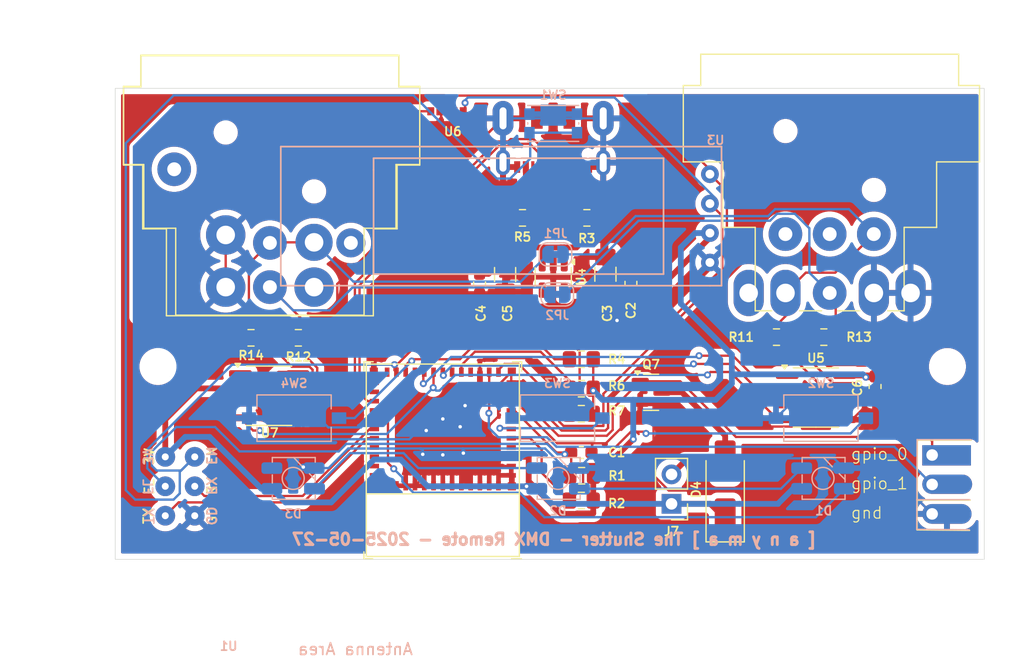
<source format=kicad_pcb>
(kicad_pcb (version 20241229) (generator "pcbnew") (generator_version "9.0")
  (layers (0 "F.Cu" signal) (2 "B.Cu" signal) (13 "F.Paste" user) (15 "B.Paste" user) (5 "F.SilkS" user "F.Silkscreen") (7 "B.SilkS" user "B.Silkscreen") (1 "F.Mask" user) (3 "B.Mask" user) (25 "Edge.Cuts" user))
  (net 0 "")
  (net 1 "GND")
  (net 2 "/en")
  (net 3 "Net-(D1-DOUT)")
  (net 4 "+3V3")
  (net 5 "+5V")
  (net 6 "Net-(D4-A)")
  (net 7 "/rx")
  (net 8 "/tx")
  (net 9 "/flash")
  (net 10 "/usb+")
  (net 11 "/usb-")
  (net 13 "Net-(J3-CC1)")
  (net 14 "Net-(J3-CC2)")
  (net 16 "/strap2")
  (net 17 "/strap1")
  (net 18 "Net-(JP1-B)")
  (net 20 "/pix")
  (net 31 "Net-(D2-DOUT)")
  (net 36 "Net-(JP2-B)")
  (net 37 "/DMX_RX")
  (net 38 "/gpio_1")
  (net 39 "/gpio_0")
  (net 40 "/sda")
  (net 41 "Net-(U1-GPIO3{slash}ADC1_CH3)")
  (net 42 "Net-(JP1-A)")
  (net 43 "Net-(JP2-A)")
  (net 44 "Net-(U5-B)")
  (net 45 "Net-(U7-A)")
  (net 46 "Net-(U5-A)")
  (net 47 "Net-(U7-B)")
  (net 48 "/DMX_DIR")
  (net 49 "/DMX_TX")
  (footprint "Connector_PinHeader_2.54mm:PinHeader_1x02_P2.54mm_Vertical" (layer "F.Cu") (at 185.6 94.199 180)
    (property "Reference" "J7")
    (property "Value" "Vibro")
  )
  (footprint "PCM_Espressif:ESP32-C3-MINI-1" (layer "F.Cu") (at 165.88 90.439 180)
    (property "Reference" "U1")
    (property "Value" "ESP32-C3-MINI-1")
  )
  (footprint "synkie_footprints:R_0805_2012Metric_Pad1.15x1.40mm_HandSolder" (layer "F.Cu") (at 149.343 79.874)
    (property "Reference" "R14")
    (property "Value" "(22)")
  )
  (footprint "synkie_footprints:C_1206_3216Metric_Pad1.42x1.75mm_HandSolder" (layer "F.Cu") (at 171.25 74.4115 -90)
    (property "Reference" "C5")
    (property "Value" "10u")
  )
  (footprint "Package_TO_SOT_SMD:SOT-23-5" (layer "F.Cu") (at 175.4 74.624 -90)
    (property "Reference" "U4")
    (property "Value" "XC6220B331MR")
  )
  (footprint "synkie_footprints:R_0805_2012Metric_Pad1.15x1.40mm_HandSolder" (layer "F.Cu") (at 153.425 79.874 180)
    (property "Reference" "R12")
    (property "Value" "(22)")
  )
  (footprint "synkie_footprints:R_0805_2012Metric_Pad1.15x1.40mm_HandSolder" (layer "F.Cu") (at 172.75 69.524 180)
    (property "Reference" "R5")
    (property "Value" "5k1")
  )
  (footprint "MountingHole:MountingHole_2.7mm_M2.5_DIN965" (layer "F.Cu") (at 141.318 82.352)
    (property "Reference" "H5" (hide yes))
    (property "Value" "MountingHole")
  )
  (footprint "synkie_footprints:R_0805_2012Metric_Pad1.15x1.40mm_HandSolder" (layer "F.Cu") (at 177.85 91.774 180)
    (property "Reference" "R1")
    (property "Value" "5k1")
  )
  (footprint "Package_TO_SOT_SMD:SOT-23" (layer "F.Cu") (at 183.8375 84.574)
    (property "Reference" "Q7")
    (property "Value" "IRLML0030TRPBF")
  )
  (footprint "synkie_footprints:R_0805_2012Metric_Pad1.15x1.40mm_HandSolder" (layer "F.Cu") (at 177.825 93.914 180)
    (property "Reference" "R2")
    (property "Value" "5k1")
  )
  (footprint "Package_SO:SOIC-8_3.9x4.9mm_P1.27mm" (layer "F.Cu") (at 198.05 85.024)
    (property "Reference" "U5")
    (property "Value" "SP3485EN")
  )
  (footprint "synkie_footprints:R_0805_2012Metric_Pad1.15x1.40mm_HandSolder" (layer "F.Cu") (at 194.649 79.812)
    (property "Reference" "R11")
    (property "Value" "22")
  )
  (footprint "Anyma06:ESP-POGO-PROG-THT" (layer "F.Cu") (at 143.15 92.644)
    (property "Reference" "J2" (hide yes))
    (property "Value" "Prog")
  )
  (footprint "synkie_footprints:R_0805_2012Metric_Pad1.15x1.40mm_HandSolder" (layer "F.Cu") (at 177.825 84.262 180)
    (property "Reference" "R6")
    (property "Value" "5k1")
  )
  (footprint "synkie_footprints:C_0603_1608Metric_Pad1.05x0.95mm_HandSolder" (layer "F.Cu") (at 203.15 84.074 -90)
    (property "Reference" "C6")
    (property "Value" "100n")
  )
  (footprint "synkie_footprints:C_0603_1608Metric_Pad1.05x0.95mm_HandSolder" (layer "F.Cu") (at 182.1 75.174 90)
    (property "Reference" "C2")
    (property "Value" "100n")
  )
  (footprint "synkie_footprints:JAE_USB-C_SJ122205" (layer "F.Cu") (at 175.3901 64.034 180)
    (property "Reference" "J3" (hide yes))
    (property "Value" "USB_C_Receptacle_USB2.0")
  )
  (footprint "Diode_SMD:D_SMA_Handsoldering" (layer "F.Cu") (at 190.225 92.974 90)
    (property "Reference" "D4")
    (property "Value" "1N4148WT")
  )
  (footprint "MountingHole:MountingHole_2.7mm_M2.5_DIN965" (layer "F.Cu") (at 209.39 82.352)
    (property "Reference" "H2" (hide yes))
    (property "Value" "MountingHole")
  )
  (footprint "synkie_footprints:C_0603_1608Metric_Pad1.05x0.95mm_HandSolder" (layer "F.Cu") (at 177.825 89.774)
    (property "Reference" "C1")
    (property "Value" "1u")
  )
  (footprint "synkie_footprints:R_0805_2012Metric_Pad1.15x1.40mm_HandSolder" (layer "F.Cu") (at 177.825 86.424 180)
    (property "Reference" "R7")
    (property "Value" "5k1")
  )
  (footprint "synkie_footprints:R_0805_2012Metric_Pad1.15x1.40mm_HandSolder" (layer "F.Cu") (at 178.3 69.524)
    (property "Reference" "R3")
    (property "Value" "5k1")
  )
  (footprint "Package_SO:SOIC-8_3.9x4.9mm_P1.27mm" (layer "F.Cu") (at 150.9 84.874)
    (property "Reference" "U7")
    (property "Value" "(SP3485EN) for MERGER Mode")
  )
  (footprint "synkie_footprints:R_0805_2012Metric_Pad1.15x1.40mm_HandSolder" (layer "F.Cu") (at 177.825 81.722 180)
    (property "Reference" "R4")
    (property "Value" "5k1")
  )
  (footprint "synkie_footprints:R_0805_2012Metric_Pad1.15x1.40mm_HandSolder" (layer "F.Cu") (at 198.731 79.812 180)
    (property "Reference" "R13")
    (property "Value" "22")
  )
  (footprint "synkie_footprints:C_0603_1608Metric_Pad1.05x0.95mm_HandSolder" (layer "F.Cu") (at 169.05 75.224 -90)
    (property "Reference" "C4")
    (property "Value" "100n")
  )
  (footprint "anyma_footprints:Jack_XLR_Neutrix__3+5Pin_Male" (layer "F.Cu") (at 199.0522 63.4036 180)
    (property "Reference" "J6" (hide yes))
    (property "Value" "DMX-IN")
  )
  (footprint "anyma_footprints:VEML3328SL" (layer "F.Cu") (at 166.24 60.324)
    (property "Reference" "U6")
    (property "Value" "VEML3328")
  )
  (footprint "synkie_footprints:C_1206_3216Metric_Pad1.42x1.75mm_HandSolder" (layer "F.Cu") (at 179.9 74.3865 90)
    (property "Reference" "C3")
    (property "Value" "10u")
  )
  (footprint "anyma_footprints:Jack_XLR_Neutrik_3+5Pin_Female" (layer "F.Cu") (at 147.16 70.999 90)
    (property "Reference" "J4" (hide yes))
    (property "Value" "DMX-OUT")
  )
  (footprint "Button_Switch_SMD:SW_Tactile_SPST_NO_Straight_CK_PTS636Sx25SMTRLFS" (layer "B.Cu") (at 175.768 86.802 180)
    (property "Reference" "SW3")
    (property "Value" "Btn-2")
  )
  (footprint "Jumper:SolderJumper-2_P1.3mm_Bridged_RoundedPad1.0x1.5mm" (layer "B.Cu") (at 175.6 72.674 180)
    (property "Reference" "JP1")
    (property "Value" "Cut for MERGER Mode")
  )
  (footprint "Jumper:SolderJumper-2_P1.3mm_Bridged_RoundedPad1.0x1.5mm" (layer "B.Cu") (at 175.75 76.124 180)
    (property "Reference" "JP2")
    (property "Value" "Cut for MERGER mode")
  )
  (footprint "anyma_footprints:ComboPinhead_03" (layer "B.Cu") (at 208.0695 89.987 180)
    (property "Reference" "J5" (hide yes))
    (property "Value" "spare")
  )
  (footprint "Anyma06:SK6812-MINI-HS" (layer "B.Cu") (at 152.98 92.004)
    (property "Reference" "D3")
    (property "Value" "SK6812MINI")
  )
  (footprint "Button_Switch_SMD:SW_Push_1P1T_NO_CK_KMR2" (layer "B.Cu") (at 175.4 61.374 180)
    (property "Reference" "SW1")
    (property "Value" "Reset")
  )
  (footprint "Button_Switch_SMD:SW_Tactile_SPST_NO_Straight_CK_PTS636Sx25SMTRLFS" (layer "B.Cu") (at 198.481 86.802 180)
    (property "Reference" "SW2")
    (property "Value" "Btn-1")
  )
  (footprint "synkie_footprints:Bangood-OLED-128x32" (layer "B.Cu") (at 178.75 75.914 180)
    (property "Reference" "U3")
    (property "Value" "i2c-display128x32")
  )
  (footprint "Button_Switch_SMD:SW_Tactile_SPST_NO_Straight_CK_PTS636Sx25SMTRLFS" (layer "B.Cu") (at 153.055 86.802 180)
    (property "Reference" "SW4")
    (property "Value" "Btn-3")
  )
  (footprint "Anyma06:SK6812-MINI-HS" (layer "B.Cu") (at 175.82 92.004)
    (property "Reference" "D2")
    (property "Value" "SK6812MINI")
  )
  (footprint "Anyma06:SK6812-MINI-HS" (layer "B.Cu") (at 198.66 92.004)
    (property "Reference" "D1")
    (property "Value" "SK6812MINI")
  )
  (gr_rect (start 137.635 58.349) (end 212.565 98.989) (stroke (width 0.05)) (fill no) (layer "Edge.Cuts"))
  (gr_text "gnd\n" (at 201.008 95.56 0) (layer "F.SilkS") (effects (font (size 1 1) (thickness 0.1)) (justify left bottom)))
  (gr_text "gpio_1" (at 201.008 93.02 0) (layer "F.SilkS") (effects (font (size 1 1) (thickness 0.1)) (justify left bottom)))
  (gr_text "gpio_0" (at 201.008 90.48 0) (layer "F.SilkS") (effects (font (size 1 1) (thickness 0.1)) (justify left bottom)))
  (gr_text "[ a n y m a ] The Shutter - DMX Remote - 2025-05-27" (at 198.214 97.846 0) (layer "B.SilkS") (effects (font (size 1 1) (thickness 0.25) (bold yes)) (justify left bottom mirror)))
  (segment (start 171.624 74.6) (end 171.25 74.974) (width 0.5) (layer "F.Cu") (net 1))
  (segment (start 188.91 73.764) (end 188.91 73.374) (width 0.5) (layer "F.Cu") (net 1))
  (segment (start 179.939044 88.974) (end 182.9 86.013044) (width 0.2) (layer "F.Cu") (net 1))
  (segment (start 199.924 87.53) (end 191.556 87.53) (width 0.2) (layer "F.Cu") (net 1))
  (segment (start 179.902845 87.876) (end 180.127 87.651845) (width 0.2) (layer "F.Cu") (net 1))
  (segment (start 169.08 82.044) (end 169.08 82.839) (width 0.2) (layer "F.Cu") (net 1))
  (segment (start 175.374 74.6) (end 171.624 74.6) (width 0.5) (layer "F.Cu") (net 1))
  (segment (start 194.8624 65.9616) (end 205.9876 65.9616) (width 0.2) (layer "F.Cu") (net 1))
  (segment (start 178.75 89.074) (end 178.85 88.974) (width 0.2) (layer "F.Cu") (net 1))
  (segment (start 178.65 87.876) (end 176.125154 87.876) (width 0.2) (layer "F.Cu") (net 1))
  (segment (start 162 64.374) (end 153.785 64.374) (width 0.2) (layer "F.Cu") (net 1))
  (segment (start 169.05 76.099) (end 171.05 76.099) (width 0.2) (layer "F.Cu") (net 1))
  (segment (start 200.525 86.929) (end 199.924 87.53) (width 0.2) (layer "F.Cu") (net 1))
  (segment (start 159.93 79.494) (end 163.325 76.099) (width 0.2) (layer "F.Cu") (net 1))
  (segment (start 201.17 86.929) (end 203.15 84.949) (width 0.2) (layer "F.Cu") (net 1))
  (segment (start 180.75 78.524) (end 176.6 78.524) (width 0.2) (layer "F.Cu") (net 1))
  (segment (start 167.8 85.724) (end 167.815 85.724) (width 0.2) (layer "F.Cu") (net 1))
  (segment (start 179.9 74.174) (end 179.45 74.624) (width 0.5) (layer "F.Cu") (net 1))
  (segment (start 177.65 87.876) (end 179.902845 87.876) (width 0.2) (layer "F.Cu") (net 1))
  (segment (start 156.781 83.793) (end 156.781 75.2231) (width 0.2) (layer "F.Cu") (net 1))
  (segment (start 171.78 92.639) (end 171.83 92.689) (width 0.2) (layer "F.Cu") (net 1))
  (segment (start 171.0701 64.734) (end 171.0701 68.8691) (width 0.5) (layer "F.Cu") (net 1))
  (segment (start 156.781 75.2231) (end 171.0701 60.934) (width 0.2) (layer "F.Cu") (net 1))
  (segment (start 175.4 74.574) (end 175.374 74.6) (width 0.5) (layer "F.Cu") (net 1))
  (segment (start 182.9 85.524) (end 184.05 85.524) (width 0.2) (layer "F.Cu") (net 1))
  (segment (start 185.36124 93.048) (end 206.0505 93.048) (width 0.2) (layer "F.Cu") (net 1))
  (segment (start 167.6301 64.374) (end 162 64.374) (width 0.2) (layer "F.Cu") (net 1))
  (segment (start 175.75 88.974) (end 178.75 88.974) (width 0.2) (layer "F.Cu") (net 1))
  (segment (start 171.0701 60.934) (end 167.6301 64.374) (width 0.2) (layer "F.Cu") (net 1))
  (segment (start 153.785 64.374) (end 147.16 70.999) (width 0.2) (layer "F.Cu") (net 1))
  (segment (start 153.375 86.779) (end 153.85 87.254) (width 0.2) (layer "F.Cu") (net 1))
  (segment (start 180.127 87.651845) (end 180.127 85.017532) (width 0.2) (layer "F.Cu") (net 1))
  (segment (start 180.9 78.374) (end 180.75 78.524) (width 0.2) (layer "F.Cu") (net 1))
  (segment (start 159.93 82.789) (end 159.93 79.494) (width 0.2) (layer "F.Cu") (net 1))
  (segment (start 172.2901 65.134) (end 171.4701 65.134) (width 0.5) (layer "F.Cu") (net 1))
  (segment (start 178.75 88.974) (end 178.75 89.724) (width 0.2) (layer "F.Cu") (net 1))
  (segment (start 171.78 83.739) (end 172.38 83.739) (width 0.2) (layer "F.Cu") (net 1))
  (segment (start 191.586844 73.557688) (end 191.586844 69.237156) (width 0.2) (layer "F.Cu") (net 1))
  (segment (start 203.15 84.949) (end 206.21 81.889) (width 0.2) (layer "F.Cu") (net 1))
  (segment (start 175.4 74.574) (end 175.45 74.624) (width 0.5) (layer "F.Cu") (net 1))
  (segment (start 173.45 81.624) (end 169.5 81.624) (width 0.2) (layer "F.Cu") (net 1))
  (segment (start 169.5 81.624) (end 169.08 82.044) (width 0.2) (layer "F.Cu") (net 1))
  (segment (start 163.905 85.764) (end 163.905 92.214) (width 0.2) (layer "F.Cu") (net 1))
  (segment (start 147.16 75.499) (end 147.16 70.999) (width 0.2) (layer "F.Cu") (net 1))
  (segment (start 175.4 78.524) (end 176.6 78.524) (width 0.5) (layer "F.Cu") (net 1))
  (segment (start 162.23 64.374) (end 162 64.374) (width 0.2) (layer "F.Cu") (net 1))
  (segment (start 172.75 84.109) (end 172.75 85.974) (width 0.2) (layer "F.Cu") (net 1))
  (segment (start 191.586844 69.237156) (end 194.8624 65.9616) (width 0.2) (layer "F.Cu") (net 1))
  (segment (start 174.95 86.700846) (end 174.95 83.124) (width 0.2) (layer "F.Cu") (net 1))
  (segment (start 179.9 72.899) (end 180.7 72.899) (width 0.5) (layer "F.Cu") (net 1))
  (segment (start 178.75 89.724) (end 178.7 89.774) (width 0.2) (layer "F.Cu") (net 1))
  (segment (start 184.05 85.524) (end 184.05 91.73676) (width 0.2) (layer "F.Cu") (net 1))
  (segment (start 153.375 86.779) (end 153.795 86.779) (width 0.2) (layer "F.Cu") (net 1))
  (segment (start 180.127 85.017532) (end 184.585266 80.559266) (width 0.2) (layer "F.Cu") (net 1))
  (segment (start 171.78 83.739) (end 171.78 82.839) (width 0.2) (layer "F.Cu") (net 1))
  (segment (start 171.0701 68.8691) (end 171.725 69.524) (width 0.5) (layer "F.Cu") (net 1))
  (segment (start 176.125154 87.876) (end 174.95 86.700846) (width 0.2) (layer "F.Cu") (net 1))
  (segment (start 167.745 89.824) (end 167.855 89.714) (width 0.2) (layer "F.Cu") (net 1))
  (segment (start 171.25 74.974) (end 171.25 75.899) (width 0.5) (layer "F.Cu") (net 1))
  (segment (start 178.648 87.874) (end 178.65 87.876) (width 0.2) (layer "F.Cu") (net 1))
  (segment (start 176.6 78.524) (end 184.15 78.524) (width 0.5) (layer "F.Cu") (net 1))
  (segment (start 172.75 85.974) (end 175.75 88.974) (width 0.2) (layer "F.Cu") (net 1))
  (segment (start 170.65 86.674) (end 169.585 87.739) (width 0.2) (layer "F.Cu") (net 1))
  (segment (start 169.08 84.539) (end 167.855 85.764) (width 0.5) (layer "F.Cu") (net 1))
  (segment (start 206.0505 93.048) (end 208.0695 95.067) (width 0.2) (layer "F.Cu") (net 1))
  (segment (start 174.95 83.124) (end 173.45 81.624) (width 0.2) (layer "F.Cu") (net 1))
  (segment (start 172.38 83.739) (end 172.75 84.109) (width 0.2) (layer "F.Cu") (net 1))
  (segment (start 167.815 85.724) (end 167.855 85.764) (width 0.2) (layer "F.Cu") (net 1))
  (segment (start 171.4701 65.134) (end 171.0701 64.734) (width 0.5) (layer "F.Cu") (net 1))
  (segment (start 179.3351 65.134) (end 179.7101 64.759) (width 0.5) (layer "F.Cu") (net 1))
  (segment (start 167.65 89.824) (end 167.745 89.824) (width 0.2) (layer "F.Cu") (net 1))
  (segment (start 167.855 92.214) (end 168.28 92.639) (width 0.5) (layer "F.Cu") (net 1))
  (segment (start 178.85 88.974) (end 179.939044 88.974) (width 0.2) (layer "F.Cu") (net 1))
  (segment (start 153.795 86.779) (end 156.781 83.793) (width 0.2) (layer "F.Cu") (net 1))
  (segment (start 171.83 82.789) (end 170.65 83.969) (width 0.2) (layer "F.Cu") (net 1))
  (segment (start 170.65 83.969) (end 170.65 86.674) (width 0.2) (layer "F.Cu") (net 1))
  (segment (start 179.7101 72.7091) (end 179.9 72.899) (width 0.5) (layer "F.Cu") (net 1))
  (segment (start 175.45 74.624) (end 179.45 74.624) (width 0.5) (layer "F.Cu") (net 1))
  (segment (start 165.67 89.924) (end 165.88 89.714) (width 0.2) (layer "F.Cu") (net 1))
  (segment (start 184.05 91.73676) (end 185.36124 93.048) (width 0.2) (layer "F.Cu") (net 1))
  (segment (start 165.73 60.874) (end 162.23 64.374) (width 0.2) (layer "F.Cu") (net 1))
  (segment (start 165.88 86.874) (end 165.88 89.974) (width 0.2) (layer "F.Cu") (net 1))
  (segment (start 178.4901 65.134) (end 179.3351 65.134) (width 0.5) (layer "F.Cu") (net 1))
  (segment (start 171.05 76.099) (end 171.25 75.899) (width 0.2) (layer "F.Cu") (net 1))
  (segment (start 171.78 82.839) (end 171.83 82.789) (width 0.2) (layer "F.Cu") (net 1))
  (segment (start 153.85 87.254) (end 153.85 91.024) (width 0.2) (layer "F.Cu") (net 1))
  (segment (start 205.9876 65.9616) (end 206.21 66.184) (width 0.2) (layer "F.Cu") (net 1))
  (segment (start 163.905 92.214) (end 163.48 92.639) (width 0.2) (layer "F.Cu") (net 1))
  (segment (start 171.78 90.939) (end 171.78 92.639) (width 0.2) (layer "F.Cu") (net 1))
  (segment (start 178.75 89.724) (end 178.75 89.074) (width 0.2) (layer "F.Cu") (net 1))
  (segment (start 165.73 60.324) (end 165.73 60.874) (width 0.2) (layer "F.Cu") (net 1))
  (segment (start 182.9 86.013044) (end 182.9 85.524) (width 0.2) (layer "F.Cu") (net 1))
  (segment (start 165.88 89.974) (end 165.88 92.639) (width 0.2) (layer "F.Cu") (net 1))
  (segment (start 184.585266 80.559266) (end 191.586844 73.557688) (width 0.2) (layer "F.Cu") (net 1))
  (segment (start 169.08 82.839) (end 169.08 84.539) (width 0.5) (layer "F.Cu") (net 1))
  (segment (start 179.9 72.899) (end 179.9 74.174) (width 0.5) (layer "F.Cu") (net 1))
  (segment (start 206.21 81.889) (end 206.21 76.002) (width 0.2) (layer "F.Cu") (net 1))
  (segment (start 206.21 66.184) (end 206.21 76.002) (width 0.2) (layer "F.Cu") (net 1))
  (segment (start 167.855 85.764) (end 167.855 92.214) (width 0.5) (layer "F.Cu") (net 1))
  (segment (start 163.325 76.099) (end 169.05 76.099) (width 0.2) (layer "F.Cu") (net 1))
  (segment (start 169.585 87.739) (end 167.855 87.739) (width 0.2) (layer "F.Cu") (net 1))
  (segment (start 159.93 92.689) (end 171.83 92.689) (width 0.2) (layer "F.Cu") (net 1))
  (segment (start 164.15 89.924) (end 165.67 89.924) (width 0.2) (layer "F.Cu") (net 1))
  (segment (start 203.0452 76.0026) (end 206.2094 76.0026) (width 0.2) (layer "F.Cu") (net 1))
  (segment (start 175.4 73.4865) (end 175.4 74.574) (width 0.5) (layer "F.Cu") (net 1))
  (segment (start 180.7 72.899) (end 182.1 74.299) (width 0.5) (layer "F.Cu") (net 1))
  (segment (start 175.4 74.574) (end 175.4 78.524) (width 0.5) (layer "F.Cu") (net 1))
  (segment (start 179.7101 64.759) (end 179.7101 72.7091) (width 0.5) (layer "F.Cu") (net 1))
  (segment (start 165.88 85.764) (end 165.88 86.874) (width 0.2) (layer "F.Cu") (net 1))
  (segment (start 200.525 86.929) (end 201.17 86.929) (width 0.2) (layer "F.Cu") (net 1))
  (segment (start 191.556 87.53) (end 184.585266 80.559266) (width 0.2) (layer "F.Cu") (net 1))
  (segment (start 206.2094 76.0026) (end 206.21 76.002) (width 0.2) (layer "F.Cu") (net 1))
  (segment (start 184.15 78.524) (end 188.91 73.764) (width 0.5) (layer "F.Cu") (net 1))
  (via (at 167.8 85.724) (size 0.6) (drill 0.3) (layers "F.Cu" "B.Cu") (net 1))
  (via (at 165.88 89.974) (size 0.6) (drill 0.3) (layers "F.Cu" "B.Cu") (net 1))
  (via (at 164.15 89.924) (size 0.6) (drill 0.3) (layers "F.Cu" "B.Cu") (net 1))
  (via (at 153.85 91.024) (size 0.6) (drill 0.3) (layers "F.Cu" "B.Cu") (net 1))
  (via (at 167.375 87.549) (size 0.6) (drill 0.3) (layers "F.Cu" "B.Cu") (net 1))
  (via (at 167.65 89.824) (size 0.6) (drill 0.3) (layers "F.Cu" "B.Cu") (net 1))
  (via (at 164.45 87.874) (size 0.6) (drill 0.3) (layers "F.Cu" "B.Cu") (net 1))
  (via (at 165.88 86.874) (size 0.6) (drill 0.3) (layers "F.Cu" "B.Cu") (net 1))
  (via (at 180.9 78.374) (size 0.6) (drill 0.3) (layers "F.Cu" "B.Cu") (net 1))
  (segment (start 164.45 87.874) (end 167.05 87.874) (width 0.2) (layer "B.Cu") (net 1))
  (segment (start 171.0701 60.934) (end 171.0701 64.734) (width 0.2) (layer "B.Cu") (net 1))
  (segment (start 153.85 91.024) (end 154.69 91.024) (width 0.2) (layer "B.Cu") (net 1))
  (segment (start 179.7101 60.934) (end 179.7101 64.759) (width 0.2) (layer "B.Cu") (net 1))
  (segment (start 163.9 89.424) (end 163.95 89.474) (width 0.2) (layer "B.Cu") (net 1))
  (segment (start 171.0701 60.934) (end 179.7101 60.934) (width 0.2) (layer "B.Cu") (net 1))
  (segment (start 177.62 91.114) (end 178.46 90.274) (width 0.2) (layer "B.Cu") (net 1))
  (segment (start 149.18 86.802) (end 149.18 88.624001) (width 0.2) (layer "B.Cu") (net 1))
  (segment (start 167.375 87.549) (end 168.4 86.524) (width 0.2) (layer "B.Cu") (net 1))
  (segment (start 157.724315 89.424) (end 163.9 89.424) (width 0.2) (layer "B.Cu") (net 1))
  (segment (start 155.203 86.802) (end 156.004 87.603) (width 0.2) (layer "B.Cu") (net 1))
  (segment (start 176.39 91.114) (end 177.62 91.114) (width 0.2) (layer "B.Cu") (net 1))
  (segment (start 167.6 89.774) (end 167.65 89.824) (width 0.2) (layer "B.Cu") (net 1))
  (segment (start 196.884 84.724) (end 205.05 84.724) (width 0.2) (layer "B.Cu") (net 1))
  (segment (start 162.997057 88.624) (end 163.747057 87.874) (width 0.2) (layer "B.Cu") (net 1))
  (segment (start 200.46 91.114) (end 204.1165 91.114) (width 0.2) (layer "B.Cu") (net 1))
  (segment (start 164 89.424) (end 164.15 89.574) (width 0.2) (layer "B.Cu") (net 1))
  (segment (start 194.606 86.802) (end 196.784 84.624) (width 0.2) (layer "B.Cu") (net 1))
  (segment (start 164.15 89.574) (end 164.15 89.924) (width 0.2) (layer "B.Cu") (net 1))
  (segment (start 171.893 86.117) (end 171.5 85.724) (width 0.2) (layer "B.Cu") (net 1))
  (segment (start 204.1165 91.114) (end 208.0695 95.067) (width 0.2) (layer "B.Cu") (net 1))
  (segment (start 164 89.424) (end 167.6 89.424) (width 0.2) (layer "B.Cu") (net 1))
  (segment (start 149.18 88.624001) (end 162.997057 88.624) (width 0.2) (layer "B.Cu") (net 1))
  (segment (start 167.6 89.424) (end 167.6 89.774) (width 0.2) (layer "B.Cu") (net 1))
  (segment (start 149.18 86.802) (end 155.203 86.802) (width 0.2) (layer "B.Cu") (net 1))
  (segment (start 163.95 89.474) (end 164 89.424) (width 0.2) (layer "B.Cu") (net 1))
  (segment (start 158.821 87.603) (end 168.05 78.374) (width 0.2) (layer "B.Cu") (net 1))
  (segment (start 206.21 83.564) (end 206.21 76.002) (width 0.2) (layer "B.Cu") (net 1))
  (segment (start 174.7 89.424) (end 176.39 91.114) (width 0.2) (layer "B.Cu") (net 1))
  (segment (start 163.747057 87.874) (end 164.45 87.874) (width 0.2) (layer "B.Cu") (net 1))
  (segment (start 168.4 86.524) (end 168.4 86.324) (width 0.2) (layer "B.Cu") (net 1))
  (segment (start 168.05 78.374) (end 180.9 78.374) (width 0.2) (layer "B.Cu") (net 1))
  (segment (start 178.46 90.274) (end 199.62 90.274) (width 0.2) (layer "B.Cu") (net 1))
  (segment (start 205.05 84.724) (end 206.21 83.564) (width 0.2) (layer "B.Cu") (net 1))
  (segment (start 196.784 84.624) (end 196.884 84.724) (width 0.2) (layer "B.Cu") (net 1))
  (segment (start 156.034314 91.114) (end 157.724315 89.424) (width 0.2) (layer "B.Cu") (net 1))
  (segment (start 167.05 87.874) (end 167.375 87.549) (width 0.2) (layer "B.Cu") (net 1))
  (segment (start 154.78 91.114) (end 156.034314 91.114) (width 0.2) (layer "B.Cu") (net 1))
  (segment (start 156.004 87.603) (end 158.821 87.603) (width 0.2) (layer "B.Cu") (net 1))
  (segment (start 171.893 86.802) (end 171.893 86.117) (width 0.2) (layer "B.Cu") (net 1))
  (segment (start 171.5 85.724) (end 167.8 85.724) (width 0.2) (layer "B.Cu") (net 1))
  (segment (start 199.62 90.274) (end 200.46 91.114) (width 0.2) (layer "B.Cu") (net 1))
  (segment (start 168.4 86.324) (end 167.8 85.724) (width 0.2) (layer "B.Cu") (net 1))
  (segment (start 167.6 89.424) (end 174.7 89.424) (width 0.2) (layer "B.Cu") (net 1))
  (segment (start 154.69 91.024) (end 154.78 91.114) (width 0.2) (layer "B.Cu") (net 1))
  (segment (start 176.825 91.349) (end 176.825 91.774) (width 0.2) (layer "F.Cu") (net 2))
  (segment (start 176.95 89.774) (end 175.684315 89.774) (width 0.2) (layer "F.Cu") (net 2))
  (segment (start 175.684315 89.774) (end 172.049315 86.139) (width 0.2) (layer "F.Cu") (net 2))
  (segment (start 172.049315 86.139) (end 171.78 86.139) (width 0.2) (layer "F.Cu") (net 2))
  (segment (start 176.518 89.774) (end 176.95 89.774) (width 0.2) (layer "F.Cu") (net 2))
  (segment (start 176.95 89.774) (end 176.95 91.224) (width 0.2) (layer "F.Cu") (net 2))
  (segment (start 176.4 89.892) (end 176.518 89.774) (width 0.2) (layer "F.Cu") (net 2))
  (segment (start 176.95 91.224) (end 176.825 91.349) (width 0.2) (layer "F.Cu") (net 2))
  (segment (start 176.4 89.924) (end 176.4 89.892) (width 0.2) (layer "F.Cu") (net 2))
  (via (at 176.4 89.924) (size 0.6) (drill 0.3) (layers "F.Cu" "B.Cu") (net 2))
  (segment (start 143.2 93.29976) (end 143.2 91.434) (width 0.2) (layer "B.Cu") (net 2))
  (segment (start 146.25 87.574) (end 142.89224 87.574) (width 0.2) (layer "B.Cu") (net 2))
  (segment (start 173.35 62.174) (end 177.45 62.174) (width 0.2) (layer "B.Cu") (net 2))
  (segment (start 173.35 62.174) (end 173.4161 62.2401) (width 0.2) (layer "B.Cu") (net 2))
  (segment (start 143.31 91.324) (end 144.49 90.144) (width 0.2) (layer "B.Cu") (net 2))
  (segment (start 163.35 58.95) (end 142.674 58.95) (width 0.2) (layer "B.Cu") (net 2))
  (segment (start 171.688306 66.135) (end 170.535 66.135) (width 0.2) (layer "B.Cu") (net 2))
  (segment (start 176.4 89.924) (end 175.765686 89.924) (width 0.2) (layer "B.Cu") (net 2))
  (segment (start 142.89224 87.574) (end 140.799 89.66724) (width 0.2) (layer "B.Cu") (net 2))
  (segment (start 143.2 91.434) (end 144.49 90.144) (width 0.2) (layer "B.Cu") (net 2))
  (segment (start 156.909629 89.673) (end 148.349 89.673) (width 0.2) (layer "B.Cu") (net 2))
  (segment (start 139.361 93.835) (end 142.66476 93.835) (width 0.2) (layer "B.Cu") (net 2))
  (segment (start 138.55 93.024) (end 139.361 93.835) (width 0.2) (layer "B.Cu") (net 2))
  (segment (start 140.799 90.923) (end 141.2 91.324) (width 0.2) (layer "B.Cu") (net 2))
  (segment (start 141.2 91.324) (end 143.31 91.324) (width 0.2) (layer "B.Cu") (net 2))
  (segment (start 173.4161 64.407206) (end 171.688306 66.135) (width 0.2) (layer "B.Cu") (net 2))
  (segment (start 174.865685 89.024) (end 157.558629 89.024) (width 0.2) (layer "B.Cu") (net 2))
  (segment (start 140.799 89.66724) (end 140.799 90.923) (width 0.2) (layer "B.Cu") (net 2))
  (segment (start 170.535 66.135) (end 163.35 58.95) (width 0.2) (layer "B.Cu") (net 2))
  (segment (start 138.55 63.074) (end 138.55 93.024) (width 0.2) (layer "B.Cu") (net 2))
  (segment (start 173.4161 62.2401) (end 173.4161 64.407206) (width 0.2) (layer "B.Cu") (net 2))
  (segment (start 148.349 89.673) (end 146.25 87.574) (width 0.2) (layer "B.Cu") (net 2))
  (segment (start 142.674 58.95) (end 138.55 63.074) (width 0.2) (layer "B.Cu") (net 2))
  (segment (start 157.558629 89.024) (end 156.909629 89.673) (width 0.2) (layer "B.Cu") (net 2))
  (segment (start 175.765686 89.924) (end 174.865685 89.024) (width 0.2) (layer "B.Cu") (net 2))
  (segment (start 142.66476 93.835) (end 143.2 93.29976) (width 0.2) (layer "B.Cu") (net 2))
  (segment (start 196.82 91.114) (end 195.04 92.894) (width 0.2) (layer "B.Cu") (net 3))
  (segment (start 195.04 92.894) (end 177.66 92.894) (width 0.2) (layer "B.Cu") (net 3))
  (segment (start 185.6 94.199) (end 188.95 94.199) (width 0.5) (layer "F.Cu") (net 4))
  (segment (start 203.075 83.274) (end 203.15 83.199) (width 0.5) (layer "F.Cu") (net 4))
  (segment (start 142.45 86.424) (end 144.635 84.239) (width 0.5) (layer "F.Cu") (net 4))
  (segment (start 171.78 90.139) (end 173.285 90.139) (width 0.5) (layer "F.Cu") (net 4))
  (segment (start 143.019 81.647423) (end 143.019 85.855) (width 0.2) (layer "F.Cu") (net 4))
  (segment (start 141.95 90.144) (end 141.95 86.924) (width 0.5) (layer "F.Cu") (net 4))
  (segment (start 178.85 93.914) (end 178.85 91.799) (width 0.5) (layer "F.Cu") (net 4))
  (segment (start 179.275 91.374) (end 178.875 91.774) (width 0.5) (layer "F.Cu") (net 4))
  (segment (start 188.95 94.199) (end 190.225 95.474) (width 0.5) (layer "F.Cu") (net 4))
  (segment (start 173.285 90.139) (end 173.285 92.259) (width 0.5) (layer "F.Cu") (net 4))
  (segment (start 181.8125 75.7615) (end 182.1 76.049) (width 0.5) (layer "F.Cu") (net 4))
  (segment (start 164.84 60.324) (end 142.6 60.324) (width 0.2) (layer "F.Cu") (net 4))
  (segment (start 203.07 83.119) (end 203.15 83.199) (width 0.5) (layer "F.Cu") (net 4))
  (segment (start 182.3 88.624) (end 179.55 91.374) (width 0.5) (layer "F.Cu") (net 4))
  (segment (start 182.1 76.049) (end 184.085 76.049) (width 0.5) (layer "F.Cu") (net 4))
  (segment (start 178.85 81.722) (end 178.85 86.424) (width 0.2) (layer "F.Cu") (net 4))
  (segment (start 178.85 91.799) (end 178.875 91.774) (width 0.5) (layer "F.Cu") (net 4))
  (segment (start 139.45 78.078423) (end 143.019 81.647423) (width 0.2) (layer "F.Cu") (net 4))
  (segment (start 142.6 60.324) (end 139.45 63.474) (width 0.2) (layer "F.Cu") (net 4))
  (segment (start 177.463292 95.024) (end 178.85 95.024) (width 0.5) (layer "F.Cu") (net 4))
  (segment (start 184.085 76.049) (end 188.91 71.224) (width 0.5) (layer "F.Cu") (net 4))
  (segment (start 143.019 85.855) (end 142.45 86.424) (width 0.2) (layer "F.Cu") (net 4))
  (segment (start 139.45 63.474) (end 139.45 78.078423) (width 0.2) (layer "F.Cu") (net 4))
  (segment (start 178.85 95.024) (end 178.85 93.914) (width 0.5) (layer "F.Cu") (net 4))
  (segment (start 151.755 82.969) (end 150.485 84.239) (width 0.5) (layer "F.Cu") (net 4))
  (segment (start 173.285 92.259) (end 176.05 95.024) (width 0.5) (layer "F.Cu") (net 4))
  (segment (start 176.05 95.024) (end 176.136708 95.024) (width 0.5) (layer "F.Cu") (net 4))
  (segment (start 144.635 84.239) (end 148.425 84.239) (width 0.5) (layer "F.Cu") (net 4))
  (segment (start 150.485 84.239) (end 148.425 84.239) (width 0.5) (layer "F.Cu") (net 4))
  (segment (start 176.136708 95.024) (end 176.177708 95.065) (width 0.5) (layer "F.Cu") (net 4))
  (segment (start 148.425 84.239) (end 148.425 85.509) (width 0.2) (layer "F.Cu") (net 4))
  (segment (start 141.95 86.924) (end 142.45 86.424) (width 0.5) (layer "F.Cu") (net 4))
  (segment (start 153.375 82.969) (end 151.755 82.969) (width 0.5) (layer "F.Cu") (net 4))
  (segment (start 188.91 71.224) (end 188.91 70.834) (width 0.5) (layer "F.Cu") (net 4))
  (segment (start 179.55 91.374) (end 179.275 91.374) (width 0.5) (layer "F.Cu") (net 4))
  (segment (start 177.422292 95.065) (end 177.463292 95.024) (width 0.5) (layer "F.Cu") (net 4))
  (segment (start 178.85 84.424) (end 178.85 84.262) (width 0.5) (layer "F.Cu") (net 4))
  (segment (start 200.525 83.119) (end 203.07 83.119) (width 0.5) (layer "F.Cu") (net 4))
  (segment (start 202.35 83.274) (end 203.075 83.274) (width 0.5) (layer "F.Cu") (net 4))
  (segment (start 176.35 75.7615) (end 181.8125 75.7615) (width 0.5) (layer "F.Cu") (net 4))
  (segment (start 190.225 95.474) (end 190.225 95.424) (width 0.5) (layer "F.Cu") (net 4))
  (segment (start 176.177708 95.065) (end 177.422292 95.065) (width 0.5) (layer "F.Cu") (net 4))
  (via (at 182.3 88.624) (size 0.6) (drill 0.3) (layers "F.Cu" "B.Cu") (net 4))
  (via (at 202.35 83.274) (size 0.6) (drill 0.3) (layers "F.Cu" "B.Cu") (net 4))
  (via (at 173.1 92.688) (size 0.6) (drill 0.3) (layers "F.Cu" "B.Cu") (net 4))
  (via (at 178.85 84.424) (size 0.6) (drill 0.3) (layers "F.Cu" "B.Cu") (net 4))
  (segment (start 156.25 94.074) (end 152.32 94.074) (width 0.5) (layer "B.Cu") (net 4))
  (segment (start 190.8 83.024) (end 190.8 83.824) (width 0.5) (layer "B.Cu") (net 4))
  (segment (start 141.95 90.144) (end 143.67 88.424) (width 0.5) (layer "B.Cu") (net 4))
  (segment (start 188.91 70.834) (end 187.64 70.834) (width 0.5) (layer "B.Cu") (net 4))
  (segment (start 182.3 85.224) (end 179.65 85.224) (width 0.5) (layer "B.Cu") (net 4))
  (segment (start 190.8 83.024) (end 202.1 83.024) (width 0.5) (layer "B.Cu") (net 4))
  (segment (start 196.08 92.894) (end 194.78 94.194) (width 0.5) (layer "B.Cu") (net 4))
  (segment (start 186.4 72.074) (end 186.4 76.924) (width 0.5) (layer "B.Cu") (net 4))
  (segment (start 187.64 70.834) (end 186.4 72.074) (width 0.5) (layer "B.Cu") (net 4))
  (segment (start 202.1 83.024) (end 202.35 83.274) (width 0.5) (layer "B.Cu") (net 4))
  (segment (start 175.285 94.199) (end 175.105 94.019) (width 0.5) (layer "B.Cu") (net 4))
  (segment (start 145.77 88.424) (end 150.24 92.894) (width 0.5) (layer "B.Cu") (net 4))
  (segment (start 190.8 83.824) (end 189.4 85.224) (width 0.5) (layer "B.Cu") (net 4))
  (segment (start 150.24 92.894) (end 151.14 92.894) (width 0.5) (layer "B.Cu") (net 4))
  (segment (start 196.82 92.894) (end 196.08 92.894) (width 0.5) (layer "B.Cu") (net 4))
  (segment (start 173.1 92.688) (end 164.564 92.688) (width 0.5) (layer "B.Cu") (net 4))
  (segment (start 185.6 94.199) (end 175.285 94.199) (width 0.5) (layer "B.Cu") (net 4))
  (segment (start 162.25 90.374) (end 159.95 90.374) (width 0.5) (layer "B.Cu") (net 4))
  (segment (start 179.65 85.224) (end 178.85 84.424) (width 0.5) (layer "B.Cu") (net 4))
  (segment (start 182.3 85.224) (end 182.3 88.624) (width 0.5) (layer "B.Cu") (net 4))
  (segment (start 159.95 90.374) (end 156.25 94.074) (width 0.5) (layer "B.Cu") (net 4))
  (segment (start 186.4 76.924) (end 190.8 81.324) (width 0.5) (layer "B.Cu") (net 4))
  (segment (start 191.45 94.199) (end 185.6 94.199) (width 0.5) (layer "B.Cu") (net 4))
  (segment (start 190.8 81.324) (end 190.8 83.024) (width 0.5) (layer "B.Cu") (net 4))
  (segment (start 164.564 92.688) (end 162.25 90.374) (width 0.5) (layer "B.Cu") (net 4))
  (segment (start 175.105 94.019) (end 173.98 92.894) (width 0.5) (layer "B.Cu") (net 4))
  (segment (start 194.78 94.194) (end 194.785 94.199) (width 0.5) (layer "B.Cu") (net 4))
  (segment (start 175.105 94.019) (end 173.774 92.688) (width 0.5) (layer "B.Cu") (net 4))
  (segment (start 143.67 88.424) (end 145.77 88.424) (width 0.5) (layer "B.Cu") (net 4))
  (segment (start 173.774 92.688) (end 173.1 92.688) (width 0.5) (layer "B.Cu") (net 4))
  (segment (start 194.785 94.199) (end 191.45 94.199) (width 0.5) (layer "B.Cu") (net 4))
  (segment (start 189.4 85.224) (end 182.3 85.224) (width 0.5) (layer "B.Cu") (net 4))
  (segment (start 152.32 94.074) (end 151.14 92.894) (width 0.5) (layer "B.Cu") (net 4))
  (segment (start 177.7401 65.134) (end 177.7401 68.215808) (width 0.5) (layer "F.Cu") (net 5))
  (segment (start 173.0401 65.134) (end 173.0401 68.485608) (width 0.5) (layer "F.Cu") (net 5))
  (segment (start 171.25 72.924) (end 172.8 72.924) (width 0.5) (layer "F.Cu") (net 5))
  (segment (start 174.45 72.074) (end 176.05 72.074) (width 0.5) (layer "F.Cu") (net 5))
  (segment (start 174.45 73.4865) (end 174.45 72.074) (width 0.5) (layer "F.Cu") (net 5))
  (segment (start 178.3 68.775708) (end 178.3 71.174) (width 0.5) (layer "F.Cu") (net 5))
  (segment (start 177.4 72.074) (end 176.05 72.074) (width 0.5) (layer "F.Cu") (net 5))
  (segment (start 172.75 72.024) (end 172.75 72.874) (width 0.5) (layer "F.Cu") (net 5))
  (segment (start 174.45 72.074) (end 172.8 72.074) (width 0.5) (layer "F.Cu") (net 5))
  (segment (start 178.3 71.174) (end 177.4 72.074) (width 0.5) (layer "F.Cu") (net 5))
  (segment (start 172.75 72.874) (end 172.8 72.924) (width 0.5) (layer "F.Cu") (net 5))
  (segment (start 177.7401 68.215808) (end 178.3 68.775708) (width 0.5) (layer "F.Cu") (net 5))
  (segment (start 172.75 68.775708) (end 172.75 72.024) (width 0.5) (layer "F.Cu") (net 5))
  (segment (start 172.8 72.074) (end 172.75 72.024) (width 0.5) (layer "F.Cu") (net 5))
  (segment (start 176.05 72.074) (end 176.35 72.074) (width 0.5) (layer "F.Cu") (net 5))
  (segment (start 176.35 72.074) (end 176.35 73.4865) (width 0.5) (layer "F.Cu") (net 5))
  (segment (start 169.825 74.349) (end 171.25 72.924) (width 0.5) (layer "F.Cu") (net 5))
  (segment (start 173.0401 68.485608) (end 172.75 68.775708) (width 0.5) (layer "F.Cu") (net 5))
  (segment (start 169.05 74.349) (end 169.825 74.349) (width 0.5) (layer "F.Cu") (net 5))
  (segment (start 185.6 91.659) (end 186.785 90.474) (width 0.5) (layer "F.Cu") (net 6))
  (segment (start 186.5 84.574) (end 184.775 84.574) (width 0.5) (layer "F.Cu") (net 6))
  (segment (start 186.785 90.474) (end 190.225 90.474) (width 0.5) (layer "F.Cu") (net 6))
  (segment (start 190.225 88.299) (end 186.5 84.574) (width 0.5) (layer "F.Cu") (net 6))
  (segment (start 190.225 90.474) (end 190.225 88.299) (width 0.5) (layer "F.Cu") (net 6))
  (segment (start 159.578 87.739) (end 159.98 87.739) (width 0.2) (layer "F.Cu") (net 7))
  (segment (start 153.793 93.524) (end 159.578 87.739) (width 0.2) (layer "F.Cu") (net 7))
  (segment (start 144.49 92.684) (end 145.33 93.524) (width 0.2) (layer "F.Cu") (net 7))
  (segment (start 145.33 93.524) (end 153.793 93.524) (width 0.2) (layer "F.Cu") (net 7))
  (segment (start 143.101 94.073) (end 153.846 94.073) (width 0.2) (layer "F.Cu") (net 8))
  (segment (start 159.38 88.539) (end 159.98 88.539) (width 0.2) (layer "F.Cu") (net 8))
  (segment (start 153.846 94.073) (end 159.38 88.539) (width 0.2) (layer "F.Cu") (net 8))
  (segment (start 141.95 95.224) (end 143.101 94.073) (width 0.2) (layer "F.Cu") (net 8))
  (segment (start 161.712314 82.187791) (end 161.712314 82.671314) (width 0.2) (layer "F.Cu") (net 9))
  (segment (start 189.973 73.885314) (end 183.137314 80.721) (width 0.2) (layer "F.Cu") (net 9))
  (segment (start 177.36016 80.721) (end 177.2 80.721) (width 0.2) (layer "F.Cu") (net 9))
  (segment (start 189.973 69.357) (end 189.973 73.885314) (width 0.2) (layer "F.Cu") (net 9))
  (segment (start 161.88 82.239) (end 161.88 82.839) (width 0.2) (layer "F.Cu") (net 9))
  (segment (start 177.2 80.721) (end 175.09037 80.721) (width 0.2) (layer "F.Cu") (net 9))
  (segment (start 167.8 60.164) (end 167.64 60.324) (width 0.2) (layer "F.Cu") (net 9))
  (segment (start 176.8 86.424) (end 177.178 86.424) (width 0.2) (layer "F.Cu") (net 9))
  (segment (start 177.676 81.03684) (end 177.36016 80.721) (width 0.2) (layer "F.Cu") (net 9))
  (segment (start 163.398 80.721) (end 161.88 82.239) (width 0.2) (layer "F.Cu") (net 9))
  (segment (start 177.178 86.424) (end 177.676 85.926) (width 0.2) (layer "F.Cu") (net 9))
  (segment (start 177.676 85.926) (end 177.676 81.03684) (width 0.2) (layer "F.Cu") (net 9))
  (segment (start 167.687314 80.721) (end 163.398 80.721) (width 0.2) (layer "F.Cu") (net 9))
  (segment (start 161.712314 82.671314) (end 161.88 82.839) (width 0.2) (layer "F.Cu") (net 9))
  (segment (start 188.91 68.294) (end 189.973 69.357) (width 0.2) (layer "F.Cu") (net 9))
  (segment (start 183.137314 80.721) (end 177.2 80.721) (width 0.2) (layer "F.Cu") (net 9))
  (segment (start 168.134314 80.274) (end 167.687314 80.721) (width 0.2) (layer "F.Cu") (net 9))
  (segment (start 175.09037 80.721) (end 174.64337 80.274) (width 0.2) (layer "F.Cu") (net 9))
  (segment (start 167.8 59.6) (end 167.8 60.164) (width 0.2) (layer "F.Cu") (net 9))
  (segment (start 174.64337 80.274) (end 168.134314 80.274) (width 0.2) (layer "F.Cu") (net 9))
  (via (at 167.8 59.6) (size 0.6) (drill 0.3) (layers "F.Cu" "B.Cu") (net 9))
  (via (at 161.712314 82.187791) (size 0.6) (drill 0.3) (layers "F.Cu" "B.Cu") (net 9))
  (segment (start 141.95 92.684) (end 140.399 91.133) (width 0.2) (layer "B.Cu") (net 9))
  (segment (start 168.041 59.133) (end 167.8 59.374) (width 0.2) (layer "B.Cu") (net 9))
  (segment (start 140.399 89.501554) (end 144.826554 85.074) (width 0.2) (layer "B.Cu") (net 9))
  (segment (start 189.3 67.75) (end 180.683 59.133) (width 0.2) (layer "B.Cu") (net 9))
  (segment (start 147.712763 82.187791) (end 161.712314 82.187791) (width 0.2) (layer "B.Cu") (net 9))
  (segment (start 180.683 59.133) (end 168.041 59.133) (width 0.2) (layer "B.Cu") (net 9))
  (segment (start 189.3 67.904) (end 189.3 67.75) (width 0.2) (layer "B.Cu") (net 9))
  (segment (start 188.91 68.294) (end 189.3 67.904) (width 0.2) (layer "B.Cu") (net 9))
  (segment (start 144.826554 85.074) (end 147.712763 82.187791) (width 0.2) (layer "B.Cu") (net 9))
  (segment (start 167.8 59.374) (end 167.8 59.6) (width 0.2) (layer "B.Cu") (net 9))
  (segment (start 140.399 91.133) (end 140.399 89.501554) (width 0.2) (layer "B.Cu") (net 9))
  (segment (start 158.3 84.259) (end 159.38 85.339) (width 0.2) (layer "F.Cu") (net 10))
  (segment (start 173.7 62.724) (end 171.733793 62.724) (width 0.2) (layer "F.Cu") (net 10))
  (segment (start 171.525793 62.932) (end 170.530794 62.932) (width 0.2) (layer "F.Cu") (net 10))
  (segment (start 158.3 75.162794) (end 158.3 84.259) (width 0.2) (layer "F.Cu") (net 10))
  (segment (start 175.6401 65.134) (end 175.1401 65.134) (width 0.2) (layer "F.Cu") (net 10))
  (segment (start 170.530794 62.932) (end 158.3 75.162794) (width 0.2) (layer "F.Cu") (net 10))
  (segment (start 159.38 85.339) (end 159.98 85.339) (width 0.2) (layer "F.Cu") (net 10))
  (segment (start 171.733793 62.724) (end 171.525793 62.932) (width 0.2) (layer "F.Cu") (net 10))
  (segment (start 175.1401 65.134) (end 175.1401 64.1641) (width 0.2) (layer "F.Cu") (net 10))
  (segment (start 175.1401 64.1641) (end 173.7 62.724) (width 0.2) (layer "F.Cu") (net 10))
  (segment (start 174.6401 66.0141) (end 175.9901 66.0141) (width 0.2) (layer "F.Cu") (net 11))
  (segment (start 159.38 84.539) (end 159.98 84.539) (width 0.2) (layer "F.Cu") (net 11))
  (segment (start 158.7 83.859) (end 159.38 84.539) (width 0.2) (layer "F.Cu") (net 11))
  (segment (start 176.1401 65.8641) (end 176.1401 65.134) (width 0.2) (layer "F.Cu") (net 11))
  (segment (start 173.3761 63.133) (end 171.891893 63.133) (width 0.2) (layer "F.Cu") (net 11))
  (segment (start 158.7 75.329894) (end 158.7 83.859) (width 0.2) (layer "F.Cu") (net 11))
  (segment (start 171.691893 63.333) (end 170.696894 63.333) (width 0.2) (layer "F.Cu") (net 11))
  (segment (start 170.696894 63.333) (end 158.7 75.329894) (width 0.2) (layer "F.Cu") (net 11))
  (segment (start 174.6401 65.134) (end 174.6401 66.0141) (width 0.2) (layer "F.Cu") (net 11))
  (segment (start 174.6401 64.397) (end 173.3761 63.133) (width 0.2) (layer "F.Cu") (net 11))
  (segment (start 175.9901 66.0141) (end 176.1401 65.8641) (width 0.2) (layer "F.Cu") (net 11))
  (segment (start 174.6401 65.134) (end 174.6401 64.397) (width 0.2) (layer "F.Cu") (net 11))
  (segment (start 171.891893 63.133) (end 171.691893 63.333) (width 0.2) (layer "F.Cu") (net 11))
  (segment (start 177.1401 69.3891) (end 177.275 69.524) (width 0.2) (layer "F.Cu") (net 13))
  (segment (start 177.1401 65.134) (end 177.1401 69.3891) (width 0.2) (layer "F.Cu") (net 13))
  (segment (start 173.775 69.524) (end 174.1401 69.1589) (width 0.2) (layer "F.Cu") (net 14))
  (segment (start 174.1401 69.1589) (end 174.1401 65.134) (width 0.2) (layer "F.Cu") (net 14))
  (segment (start 176.8 93.914) (end 174.4 91.514) (width 0.2) (layer "F.Cu") (net 16))
  (segment (start 179.3 90.774) (end 182.1 87.974) (width 0.2) (layer "F.Cu") (net 16))
  (segment (start 176.8 93.914) (end 177.974 92.74) (width 0.2) (layer "F.Cu") (net 16))
  (segment (start 178 90.83316) (end 178.05916 90.774) (width 0.2) (layer "F.Cu") (net 16))
  (segment (start 182.569239 87.974) (end 183.25 87.974) (width 0.2) (layer "F.Cu") (net 16))
  (segment (start 183.25 87.974) (end 183.4 88.124) (width 0.2) (layer "F.Cu") (net 16))
  (segment (start 182.1 87.974) (end 182.569239 87.974) (width 0.2) (layer "F.Cu") (net 16))
  (segment (start 182.569239 87.974) (end 182.769239 88.174) (width 0.2) (layer "F.Cu") (net 16))
  (segment (start 177.974 92.74) (end 177.974 91.05) (width 0.2) (layer "F.Cu") (net 16))
  (segment (start 178 91.024) (end 178 90.83316) (width 0.2) (layer "F.Cu") (net 16))
  (segment (start 177.974 91.05) (end 178 91.024) (width 0.2) (layer "F.Cu") (net 16))
  (segment (start 178.05916 90.774) (end 179.3 90.774) (width 0.2) (layer "F.Cu") (net 16))
  (segment (start 174.4 91.514) (end 174.4 89.524) (width 0.2) (layer "F.Cu") (net 16))
  (segment (start 174.4 89.524) (end 173.415 88.539) (width 0.2) (layer "F.Cu") (net 16))
  (segment (start 173.415 88.539) (end 171.78 88.539) (width 0.2) (layer "F.Cu") (net 16))
  (via (at 183.4 88.124) (size 0.6) (drill 0.3) (layers "F.Cu" "B.Cu") (net 16))
  (segment (start 202.8 87.246) (end 202.356 86.802) (width 0.2) (layer "B.Cu") (net 16))
  (segment (start 202.356 86.802) (end 201.034 88.124) (width 0.2) (layer "B.Cu") (net 16))
  (segment (start 201.034 88.124) (end 183.4 88.124) (width 0.2) (layer "B.Cu") (net 16))
  (segment (start 163.197 81.722) (end 162.68 82.239) (width 0.2) (layer "F.Cu") (net 17))
  (segment (start 167.352 81.722) (end 163.197 81.722) (width 0.2) (layer "F.Cu") (net 17))
  (segment (start 168.4 80.674) (end 167.352 81.722) (width 0.2) (layer "F.Cu") (net 17))
  (segment (start 163.2 81.874) (end 162.68 82.394) (width 0.2) (layer "F.Cu") (net 17))
  (segment (start 162.68 82.394) (end 162.68 82.839) (width 0.2) (layer "F.Cu") (net 17))
  (segment (start 175.525686 81.722) (end 174.477685 80.674) (width 0.2) (layer "F.Cu") (net 17))
  (segment (start 174.477685 80.674) (end 168.4 80.674) (width 0.2) (layer "F.Cu") (net 17))
  (segment (start 176.8 81.722) (end 175.525686 81.722) (width 0.2) (layer "F.Cu") (net 17))
  (segment (start 162.68 82.239) (end 162.68 82.839) (width 0.2) (layer "F.Cu") (net 17))
  (via (at 163.2 81.874) (size 0.6) (drill 0.3) (layers "F.Cu" "B.Cu") (net 17))
  (segment (start 158.272 86.802) (end 163.2 81.874) (width 0.2) (layer "B.Cu") (net 17))
  (segment (start 156.93 86.802) (end 158.272 86.802) (width 0.2) (layer "B.Cu") (net 17))
  (segment (start 148.318 79.874) (end 149.161 79.031) (width 0.2) (layer "F.Cu") (net 18))
  (segment (start 154.78 71.634) (end 151.02 71.634) (width 0.2) (layer "F.Cu") (net 18))
  (segment (start 151.02 71.634) (end 150.97 71.684) (width 0.2) (layer "F.Cu") (net 18))
  (segment (start 149.161 79.031) (end 149.161 73.493) (width 0.2) (layer "F.Cu") (net 18))
  (segment (start 149.161 73.493) (end 150.97 71.684) (width 0.2) (layer "F.Cu") (net 18))
  (segment (start 172.6 75.024) (end 174.95 72.674) (width 0.2) (layer "B.Cu") (net 18))
  (segment (start 154.78 71.634) (end 158.17 75.024) (width 0.2) (layer "B.Cu") (net 18))
  (segment (start 158.17 75.024) (end 172.6 75.024) (width 0.2) (layer "B.Cu") (net 18))
  (segment (start 161.15 85.624) (end 161.15 90.674) (width 0.2) (layer "F.Cu") (net 20))
  (segment (start 163.48 82.839) (end 163.48 83.294) (width 0.2) (layer "F.Cu") (net 20))
  (segment (start 163.48 83.294) (end 161.15 85.624) (width 0.2) (layer "F.Cu") (net 20))
  (segment (start 161.15 90.674) (end 161.65 91.174) (width 0.2) (layer "F.Cu") (net 20))
  (via (at 161.65 91.174) (size 0.6) (drill 0.3) (layers "F.Cu" "B.Cu") (net 20))
  (segment (start 172.521836 93.238) (end 163.345371 93.238) (width 0.2) (layer "B.Cu") (net 20))
  (segment (start 162.396866 91.920866) (end 161.65 91.174) (width 0.2) (layer "B.Cu") (net 20))
  (segment (start 163.345371 93.238) (end 162.396866 92.289495) (width 0.2) (layer "B.Cu") (net 20))
  (segment (start 174.633836 95.35) (end 172.521836 93.238) (width 0.2) (layer "B.Cu") (net 20))
  (segment (start 198.044 95.35) (end 174.633836 95.35) (width 0.2) (layer "B.Cu") (net 20))
  (segment (start 162.396866 92.289495) (end 162.396866 91.920866) (width 0.2) (layer "B.Cu") (net 20))
  (segment (start 200.5 92.894) (end 198.044 95.35) (width 0.2) (layer "B.Cu") (net 20))
  (segment (start 163.767818 91.114) (end 162.727818 90.074) (width 0.2) (layer "B.Cu") (net 31))
  (segment (start 162.5 89.824) (end 157.89 89.824) (width 0.2) (layer "B.Cu") (net 31))
  (segment (start 162.727818 90.074) (end 162.727818 90.051818) (width 0.2) (layer "B.Cu") (net 31))
  (segment (start 173.98 91.114) (end 163.767818 91.114) (width 0.2) (layer "B.Cu") (net 31))
  (segment (start 162.727818 90.051818) (end 162.5 89.824) (width 0.2) (layer "B.Cu") (net 31))
  (segment (start 157.89 89.824) (end 154.82 92.894) (width 0.2) (layer "B.Cu") (net 31))
  (segment (start 154.45 79.874) (end 154.45 78.979) (width 0.2) (layer "F.Cu") (net 36))
  (segment (start 154.45 78.979) (end 150.97 75.499) (width 0.2) (layer "F.Cu") (net 36))
  (segment (start 156.124 77.5) (end 152.971 77.5) (width 0.2) (layer "B.Cu") (net 36))
  (segment (start 152.971 77.5) (end 150.97 75.499) (width 0.2) (layer "B.Cu") (net 36))
  (segment (start 158.1 75.524) (end 156.124 77.5) (width 0.2) (layer "B.Cu") (net 36))
  (segment (start 175.1 76.124) (end 174.5 75.524) (width 0.2) (layer "B.Cu") (net 36))
  (segment (start 174.5 75.524) (end 158.1 75.524) (width 0.2) (layer "B.Cu") (net 36))
  (segment (start 164.2 82.919) (end 164.28 82.839) (width 0.2) (layer "F.Cu") (net 37))
  (segment (start 190.892755 81.416755) (end 187.971496 81.416755) (width 0.2) (layer "F.Cu") (net 37))
  (segment (start 192.595 83.119) (end 190.892755 81.416755) (width 0.2) (layer "F.Cu") (net 37))
  (segment (start 164.2 83.824) (end 164.2 82.919) (width 0.2) (layer "F.Cu") (net 37))
  (segment (start 195.575 83.119) (end 192.595 83.119) (width 0.2) (layer "F.Cu") (net 37))
  (via (at 187.971496 81.416755) (size 0.6) (drill 0.3) (layers "F.Cu" "B.Cu") (net 37))
  (via (at 164.2 83.824) (size 0.6) (drill 0.3) (layers "F.Cu" "B.Cu") (net 37))
  (segment (start 166.6 81.524) (end 187.864251 81.524) (width 0.2) (layer "B.Cu") (net 37))
  (segment (start 164.3 83.824) (end 166.6 81.524) (width 0.2) (layer "B.Cu") (net 37))
  (segment (start 187.864251 81.524) (end 187.971496 81.416755) (width 0.2) (layer "B.Cu") (net 37))
  (segment (start 164.2 83.824) (end 164.3 83.824) (width 0.2) (layer "B.Cu") (net 37))
  (segment (start 169.88 86.344) (end 169.85 86.374) (width 0.2) (layer "F.Cu") (net 38))
  (segment (start 169.88 82.839) (end 169.88 86.344) (width 0.2) (layer "F.Cu") (net 38))
  (via (at 169.85 86.374) (size 0.6) (drill 0.3) (layers "F.Cu" "B.Cu") (net 38))
  (segment (start 169.85 87.643239) (end 169.85 86.374) (width 0.2) (layer "B.Cu") (net 38))
  (segment (start 175.681372 89.274) (end 174.858919 88.451547) (width 0.2) (layer "B.Cu") (net 38))
  (segment (start 174.858919 88.451547) (end 170.658308 88.451547) (width 0.2) (layer "B.Cu") (net 38))
  (segment (start 170.658308 88.451547) (end 169.85 87.643239) (width 0.2) (layer "B.Cu") (net 38))
  (segment (start 204.8165 89.274) (end 175.681372 89.274) (width 0.2) (layer "B.Cu") (net 38))
  (segment (start 208.0695 92.527) (end 204.8165 89.274) (width 0.2) (layer "B.Cu") (net 38))
  (segment (start 208.0695 88.7935) (end 208.0695 89.987) (width 0.2) (layer "F.Cu") (net 39))
  (segment (start 174.5 86.974) (end 175.85 88.324) (width 0.2) (layer "F.Cu") (net 39))
  (segment (start 182.9 83.624) (end 186.35 83.624) (width 0.2) (layer "F.Cu") (net 39))
  (segment (start 191.15 88.424) (end 207.7 88.424) (width 0.2) (layer "F.Cu") (net 39))
  (segment (start 175.85 88.324) (end 180.023359 88.324) (width 0.2) (layer "F.Cu") (net 39))
  (segment (start 171.181 82.138) (end 172.414 82.138) (width 0.2) (layer "F.Cu") (net 39))
  (segment (start 172.414 82.138) (end 174.5 84.224) (width 0.2) (layer "F.Cu") (net 39))
  (segment (start 170.68 82.839) (end 170.68 82.639) (width 0.2) (layer "F.Cu") (net 39))
  (segment (start 207.7 88.424) (end 208.0695 88.7935) (width 0.2) (layer "F.Cu") (net 39))
  (segment (start 186.35 83.624) (end 191.15 88.424) (width 0.2) (layer "F.Cu") (net 39))
  (segment (start 180.528 87.819359) (end 180.528 85.996) (width 0.2) (layer "F.Cu") (net 39))
  (segment (start 180.023359 88.324) (end 180.528 87.819359) (width 0.2) (layer "F.Cu") (net 39))
  (segment (start 180.528 85.996) (end 182.9 83.624) (width 0.2) (layer "F.Cu") (net 39))
  (segment (start 174.5 84.224) (end 174.5 86.974) (width 0.2) (layer "F.Cu") (net 39))
  (segment (start 170.68 82.639) (end 171.181 82.138) (width 0.2) (layer "F.Cu") (net 39))
  (segment (start 168.645 81.074) (end 167.48 82.239) (width 0.2) (layer "F.Cu") (net 40))
  (segment (start 176.28884 87.474) (end 179.726 87.474) (width 0.2) (layer "F.Cu") (net 40))
  (segment (start 175.924 87.10916) (end 176.28884 87.474) (width 0.2) (layer "F.Cu") (net 40))
  (segment (start 190.374 74.051414) (end 190.374 67.218) (width 0.2) (layer "F.Cu") (net 40))
  (segment (start 176.8 84.262) (end 175.924 85.138) (width 0.2) (layer "F.Cu") (net 40))
  (segment (start 179.726 84.699414) (end 190.374 74.051414) (width 0.2) (layer "F.Cu") (net 40))
  (segment (start 188.91 65.754) (end 188.91 65.364) (width 0.2) (layer "F.Cu") (net 40))
  (segment (start 179.726 87.474) (end 179.726 84.699414) (width 0.2) (layer "F.Cu") (net 40))
  (segment (start 189.3 65.754) (end 188.91 65.754) (width 0.2) (layer "F.Cu") (net 40))
  (segment (start 176.8 84.262) (end 176.8 83.562) (width 0.2) (layer "F.Cu") (net 40))
  (segment (start 190.374 67.218) (end 188.91 65.754) (width 0.2) (layer "F.Cu") (net 40))
  (segment (start 182.52 58.974) (end 166.8 58.974) (width 0.2) (layer "F.Cu") (net 40))
  (segment (start 166.8 58.974) (end 166.75 59.024) (width 0.2) (layer "F.Cu") (net 40))
  (segment (start 167.48 82.239) (end 167.48 82.839) (width 0.2) (layer "F.Cu") (net 40))
  (segment (start 175.924 85.138) (end 175.924 87.10916) (width 0.2) (layer "F.Cu") (net 40))
  (segment (start 176.8 83.562) (end 174.312 81.074) (width 0.2) (layer "F.Cu") (net 40))
  (segment (start 166.75 59.024) (end 166.75 60.324) (width 0.2) (layer "F.Cu") (net 40))
  (segment (start 188.91 65.364) (end 182.52 58.974) (width 0.2) (layer "F.Cu") (net 40))
  (segment (start 174.312 81.074) (end 168.645 81.074) (width 0.2) (layer "F.Cu") (net 40))
  (segment (start 171.715 87.674) (end 171.78 87.739) (width 0.2) (layer "F.Cu") (net 41))
  (segment (start 170.8 87.674) (end 171.715 87.674) (width 0.2) (layer "F.Cu") (net 41))
  (via (at 170.8 87.674) (size 0.6) (drill 0.3) (layers "F.Cu" "B.Cu") (net 41))
  (segment (start 178.771 87.674) (end 170.8 87.674) (width 0.2) (layer "B.Cu") (net 41))
  (segment (start 179.643 86.802) (end 178.771 87.674) (width 0.2) (layer "B.Cu") (net 41))
  (segment (start 195.4252 76.0026) (end 195.4252 78.0108) (width 0.2) (layer "F.Cu") (net 42))
  (segment (start 195.4252 76.0026) (end 197.1762 74.2516) (width 0.2) (layer "F.Cu") (net 42))
  (segment (start 199.7104 74.2516) (end 203.04 70.922) (width 0.2) (layer "F.Cu") (net 42))
  (segment (start 195.4252 78.0108) (end 193.624 79.812) (width 0.2) (layer "F.Cu") (net 42))
  (segment (start 197.1762 74.2516) (end 199.7104 74.2516) (width 0.2) (layer "F.Cu") (net 42))
  (segment (start 179.2 72.674) (end 182.503 69.371) (width 0.2) (layer "B.Cu") (net 42))
  (segment (start 200.889 68.771) (end 203.04 70.922) (width 0.2) (layer "B.Cu") (net 42))
  (segment (start 194.529027 68.771) (end 200.889 68.771) (width 0.2) (layer "B.Cu") (net 42))
  (segment (start 193.929026 69.371) (end 194.529027 68.771) (width 0.2) (layer "B.Cu") (net 42))
  (segment (start 176.25 72.674) (end 179.2 72.674) (width 0.2) (layer "B.Cu") (net 42))
  (segment (start 182.503 69.371) (end 193.929026 69.371) (width 0.2) (layer "B.Cu") (net 42))
  (segment (start 199.756 76.5234) (end 199.2352 76.0026) (width 0.2) (layer "F.Cu") (net 43))
  (segment (start 199.756 79.812) (end 199.756 76.5234) (width 0.2) (layer "F.Cu") (net 43))
  (segment (start 196.2312 69.171) (end 197.4842 70.424) (width 0.2) (layer "B.Cu") (net 43))
  (segment (start 176.4 76.124) (end 182.753 69.771) (width 0.2) (layer "B.Cu") (net 43))
  (segment (start 194.694712 69.171) (end 196.2312 69.171) (width 0.2) (layer "B.Cu") (net 43))
  (segment (start 197.4842 74.2516) (end 199.2352 76.0026) (width 0.2) (layer "B.Cu") (net 43))
  (segment (start 194.094712 69.771) (end 194.694712 69.171) (width 0.2) (layer "B.Cu") (net 43))
  (segment (start 182.753 69.771) (end 194.094712 69.771) (width 0.2) (layer "B.Cu") (net 43))
  (segment (start 197.4842 70.424) (end 197.4842 74.2516) (width 0.2) (layer "B.Cu") (net 43))
  (segment (start 198.865 84.389) (end 195.674 81.198) (width 0.2) (layer "F.Cu") (net 44))
  (segment (start 195.674 81.198) (end 195.674 79.812) (width 0.2) (layer "F.Cu") (net 44))
  (segment (start 200.525 84.389) (end 198.865 84.389) (width 0.2) (layer "F.Cu") (net 44))
  (segment (start 153.375 85.509) (end 154.349999 85.509) (width 0.2) (layer "F.Cu") (net 45))
  (segment (start 155.051 82.462346) (end 152.462654 79.874) (width 0.2) (layer "F.Cu") (net 45))
  (segment (start 154.349999 85.509) (end 155.051 84.807999) (width 0.2) (layer "F.Cu") (net 45))
  (segment (start 155.051 84.807999) (end 155.051 82.462346) (width 0.2) (layer "F.Cu") (net 45))
  (segment (start 152.462654 79.874) (end 152.4 79.874) (width 0.2) (layer "F.Cu") (net 45))
  (segment (start 201.540968 83.788) (end 201.801 84.048032) (width 0.2) (layer "F.Cu") (net 46))
  (segment (start 201.801 84.048032) (end 201.801 85.173) (width 0.2) (layer "F.Cu") (net 46))
  (segment (start 201.801 85.173) (end 201.315 85.659) (width 0.2) (layer "F.Cu") (net 46))
  (segment (start 201.315 85.659) (end 200.525 85.659) (width 0.2) (layer "F.Cu") (net 46))
  (segment (start 199.514 83.788) (end 201.540968 83.788) (width 0.2) (layer "F.Cu") (net 46))
  (segment (start 197.706 79.812) (end 197.706 81.98) (width 0.2) (layer "F.Cu") (net 46))
  (segment (start 197.706 81.98) (end 199.514 83.788) (width 0.2) (layer "F.Cu") (net 46))
  (segment (start 150.368 79.874) (end 152.862 82.368) (width 0.2) (layer "F.Cu") (net 47))
  (segment (start 152.862 82.368) (end 154.390968 82.368) (width 0.2) (layer "F.Cu") (net 47))
  (segment (start 154.135 84.239) (end 153.375 84.239) (width 0.2) (layer "F.Cu") (net 47))
  (segment (start 154.651 82.628032) (end 154.651 83.723) (width 0.2) (layer "F.Cu") (net 47))
  (segment (start 154.390968 82.368) (end 154.651 82.628032) (width 0.2) (layer "F.Cu") (net 47))
  (segment (start 154.651 83.723) (end 154.135 84.239) (width 0.2) (layer "F.Cu") (net 47))
  (segment (start 165.830002 83.019321) (end 165.92696 83.116279) (width 0.2) (layer "F.Cu") (net 48))
  (segment (start 165.88 82.839) (end 165.830002 82.888998) (width 0.2) (layer "F.Cu") (net 48))
  (segment (start 195.575 84.389) (end 193.065 84.389) (width 0.2) (layer "F.Cu") (net 48))
  (segment (start 165.830002 82.888998) (end 165.830002 83.019321) (width 0.2) (layer "F.Cu") (net 48))
  (segment (start 190.8 82.124) (end 187.5 82.124) (width 0.2) (layer "F.Cu") (net 48))
  (segment (start 193.065 84.389) (end 190.8 82.124) (width 0.2) (layer "F.Cu") (net 48))
  (segment (start 195.575 85.659) (end 195.575 84.389) (width 0.2) (layer "F.Cu") (net 48))
  (via (at 165.92696 83.116279) (size 0.6) (drill 0.3) (layers "F.Cu" "B.Cu") (net 48))
  (via (at 187.5 82.124) (size 0.6) (drill 0.3) (layers "F.Cu" "B.Cu") (net 48))
  (segment (start 187.25 82.274) (end 166.669239 82.274) (width 0.2) (layer "B.Cu") (net 48))
  (segment (start 187.5 82.124) (end 187.45 82.074) (width 0.2) (layer "B.Cu") (net 48))
  (segment (start 187.45 82.074) (end 187.25 82.274) (width 0.2) (layer "B.Cu") (net 48))
  (segment (start 165.92696 83.016279) (end 165.92696 83.116279) (width 0.2) (layer "B.Cu") (net 48))
  (segment (start 166.669239 82.274) (end 165.92696 83.016279) (width 0.2) (layer "B.Cu") (net 48))
  (segment (start 195.575 86.929) (end 194.755 86.929) (width 0.2) (layer "F.Cu") (net 49))
  (segment (start 190.65 82.824) (end 188.95 82.824) (width 0.2) (layer "F.Cu") (net 49))
  (segment (start 165.08 84.204) (end 165.08 82.839) (width 0.2) (layer "F.Cu") (net 49))
  (segment (start 194.755 86.929) (end 190.65 82.824) (width 0.2) (layer "F.Cu") (net 49))
  (segment (start 188.95 82.824) (end 188.7 83.074) (width 0.2) (layer "F.Cu") (net 49))
  (segment (start 149.52 87.874) (end 150.1 87.874) (width 0.2) (layer "F.Cu") (net 49))
  (segment (start 148.425 86.779) (end 149.52 87.874) (width 0.2) (layer "F.Cu") (net 49))
  (via (at 188.7 83.074) (size 0.6) (drill 0.3) (layers "F.Cu" "B.Cu") (net 49))
  (via (at 150.1 87.874) (size 0.6) (drill 0.3) (layers "F.Cu" "B.Cu") (net 49))
  (via (at 165.05 84.174) (size 0.6) (drill 0.3) (layers "F.Cu" "B.Cu") (net 49))
  (segment (start 165.307499 84.431499) (end 165.592501 84.431499) (width 0.2) (layer "B.Cu") (net 49))
  (segment (start 165.05 84.174) (end 165.307499 84.431499) (width 0.2) (layer "B.Cu") (net 49))
  (segment (start 150.1 87.874) (end 150.4 88.174) (width 0.2) (layer "B.Cu") (net 49))
  (segment (start 165.592501 84.431499) (end 166.95 83.074) (width 0.2) (layer "B.Cu") (net 49))
  (segment (start 150.4 88.174) (end 161.05 88.174) (width 0.2) (layer "B.Cu") (net 49))
  (segment (start 161.05 88.174) (end 165.05 84.174) (width 0.2) (layer "B.Cu") (net 49))
  (segment (start 188.7 83.074) (end 166.95 83.074) (width 0.2) (layer "B.Cu") (net 49))
  (segment (start 166.95 83.074) (end 167.05 83.074) (width 0.2) (layer "B.Cu") (net 49))
  (zone (net 1) (net_name "GND") (layers "F.Cu" "B.Cu") (connect_pads (clearance 0.5)) (min_thickness 0.25) (fill yes (thermal_gap 0.5) (thermal_bridge_width 0.5))
    (polygon (pts (xy 135.9 51.024) (xy 215.5 50.724) (xy 216 106.874) (xy 127.7 107.774)))
  )
)
</source>
